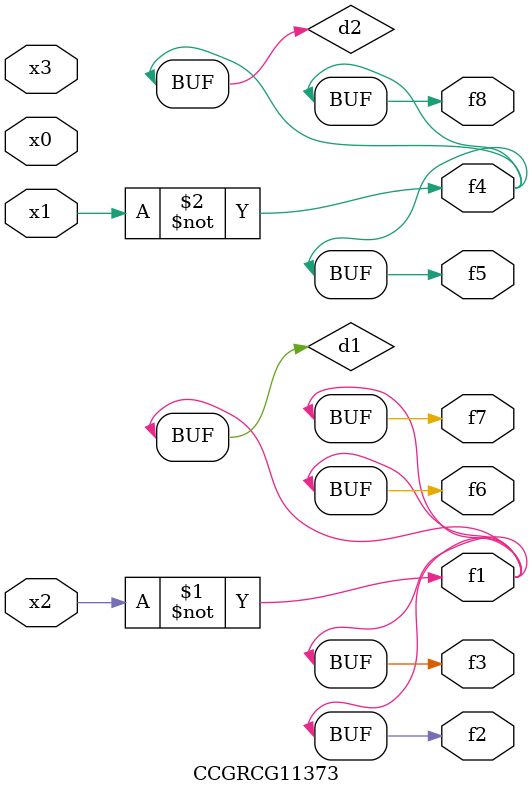
<source format=v>
module CCGRCG11373(
	input x0, x1, x2, x3,
	output f1, f2, f3, f4, f5, f6, f7, f8
);

	wire d1, d2;

	xnor (d1, x2);
	not (d2, x1);
	assign f1 = d1;
	assign f2 = d1;
	assign f3 = d1;
	assign f4 = d2;
	assign f5 = d2;
	assign f6 = d1;
	assign f7 = d1;
	assign f8 = d2;
endmodule

</source>
